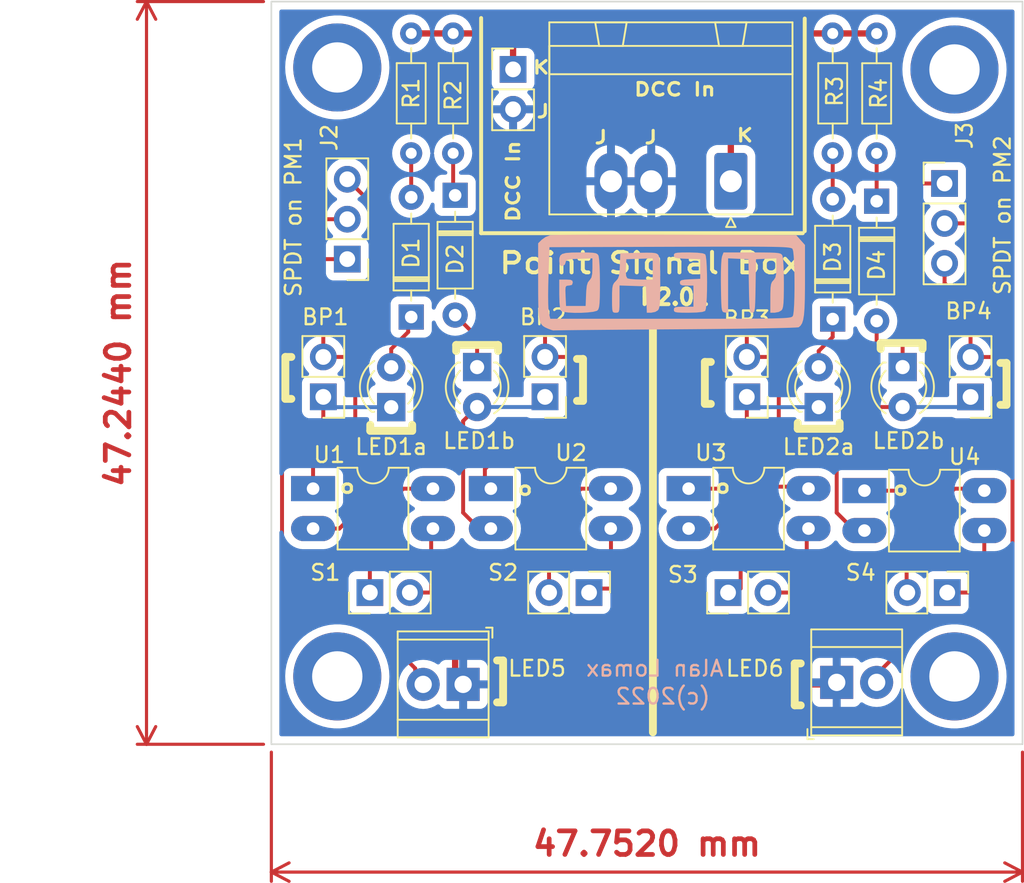
<source format=kicad_pcb>
(kicad_pcb (version 20211014) (generator pcbnew)
  (layers (0 "F.Cu" signal) (31 "B.Cu" signal) (34 "B.Paste" user) (35 "F.Paste" user) (36 "B.SilkS" user "B.Silkscreen") (37 "F.SilkS" user "F.Silkscreen") (38 "B.Mask" user) (39 "F.Mask" user) (44 "Edge.Cuts" user))
  (net 0 "")
  (net 1 "DCCK")
  (net 2 "Net-(D1-Pad1)")
  (net 3 "Net-(D2-Pad2)")
  (net 4 "DCCJ")
  (net 5 "Net-(D3-Pad1)")
  (net 6 "Net-(D3-Pad2)")
  (net 7 "Net-(D4-Pad1)")
  (net 8 "Net-(D4-Pad2)")
  (net 9 "Net-(BP1-Pad2)")
  (net 10 "Net-(J2-Pad2)")
  (net 11 "Net-(BP1-Pad1)")
  (net 12 "Net-(BP2-Pad2)")
  (net 13 "Net-(J3-Pad2)")
  (net 14 "Net-(BP2-Pad1)")
  (net 15 "Net-(D1-Pad2)")
  (net 16 "Net-(D2-Pad1)")
  (net 17 "Net-(S1-Pad1)")
  (net 18 "Net-(S1-Pad2)")
  (net 19 "Net-(S2-Pad1)")
  (net 20 "Net-(S2-Pad2)")
  (net 21 "Net-(S3-Pad1)")
  (net 22 "Net-(S3-Pad2)")
  (net 23 "Net-(S4-Pad1)")
  (net 24 "Net-(S4-Pad2)")
  (net 25 "Net-(BP3-Pad2)")
  (net 26 "Net-(BP3-Pad1)")
  (net 27 "Net-(BP4-Pad2)")
  (net 28 "Net-(BP4-Pad1)")
  (footprint "Resistor_THT:R_Axial_DIN0204_L3.6mm_D1.6mm_P7.62mm_Horizontal" (layer "F.Cu") (at 123.063 56.764 -90)
    (fp_text reference "R1" (at 3.81 0 90) (layer "F.SilkS"))
    (fp_text value "6.8K" hide)
    (pad "1" thru_hole circle (at 0 0 270) (size 1.4 1.4) (drill 0.7) (layers *.Cu *.Mask) (net 1 "DCCK"))
    (pad "2" thru_hole oval (at 7.62 0 270) (size 1.4 1.4) (drill 0.7) (layers *.Cu *.Mask) (net 15 "Net-(D1-Pad2)"))
  )
  (footprint "Diode_THT:D_DO-35_SOD27_P7.62mm_Horizontal" (layer "F.Cu") (at 123.063 74.803 90)
    (fp_text reference "D1" (at 4.064 0 90) (layer "F.SilkS"))
    (fp_text value "1N914" hide)
    (pad "1" thru_hole rect (at 0 0 90) (size 1.6 1.6) (drill 0.8) (layers *.Cu *.Mask) (net 2 "Net-(D1-Pad1)"))
    (pad "2" thru_hole oval (at 7.62 0 90) (size 1.6 1.6) (drill 0.8) (layers *.Cu *.Mask) (net 15 "Net-(D1-Pad2)"))
  )
  (footprint "Connector_Phoenix_GMSTB:PhoenixContact_GMSTBA_2,5_2-G-7,62_1x02_P7.62mm_Horizontal" (layer "F.Cu") (at 143.383 66.167 180)
    (fp_text reference "J1" hide)
    (fp_text value "Alternate DCC" hide)
    (pad "1" thru_hole roundrect (at 0 0 180) (size 2.1 3.6) (drill 1.4) (layers *.Cu *.Mask) (roundrect_rratio 0.1190480952) (net 1 "DCCK"))
    (pad "2" thru_hole oval (at 7.62 0 180) (size 2.1 3.6) (drill 1.4) (layers *.Cu *.Mask) (net 4 "DCCJ"))
  )
  (footprint "Connector_PinHeader_2.54mm:PinHeader_1x02_P2.54mm_Vertical" (layer "F.Cu") (at 129.54 59.05)
    (fp_text reference "J_DCC1" hide)
    (fp_text value "DCC Input" hide)
    (pad "1" thru_hole rect (at 0 0) (size 1.7 1.7) (drill 1) (layers *.Cu *.Mask) (net 1 "DCCK"))
    (pad "2" thru_hole oval (at 0 2.54) (size 1.7 1.7) (drill 1) (layers *.Cu *.Mask) (net 4 "DCCJ"))
  )
  (footprint "Connector_PinHeader_2.54mm:PinHeader_1x02_P2.54mm_Vertical" (layer "F.Cu") (at 143.207 92.329 90)
    (fp_text reference "S3" (at 1.143 -2.872 180) (layer "F.SilkS"))
    (fp_text value "Sw Load 1a" hide)
    (pad "1" thru_hole rect (at 0 0 90) (size 1.7 1.7) (drill 1) (layers *.Cu *.Mask) (net 21 "Net-(S3-Pad1)"))
    (pad "2" thru_hole oval (at 0 2.54 90) (size 1.7 1.7) (drill 1) (layers *.Cu *.Mask) (net 22 "Net-(S3-Pad2)"))
  )
  (footprint "Package_DIP:DIP-4_W7.62mm_LongPads" (layer "F.Cu") (at 128.128 85.72)
    (fp_text reference "U2" (at 5.095 -2.281) (layer "F.SilkS"))
    (fp_text value "TLP241B" hide)
    (pad "1" thru_hole rect (at 0 0) (size 2.8 1.6) (drill 0.8) (layers *.Cu *.Mask) (net 12 "Net-(BP2-Pad2)"))
    (pad "2" thru_hole oval (at 0 2.54) (size 2.8 1.6) (drill 0.8) (layers *.Cu *.Mask) (net 14 "Net-(BP2-Pad1)"))
    (pad "3" thru_hole oval (at 7.62 2.54) (size 2.8 1.6) (drill 0.8) (layers *.Cu *.Mask) (net 19 "Net-(S2-Pad1)"))
    (pad "4" thru_hole oval (at 7.62 0) (size 2.8 1.6) (drill 0.8) (layers *.Cu *.Mask) (net 20 "Net-(S2-Pad2)"))
  )
  (footprint "Diode_THT:D_DO-35_SOD27_P7.62mm_Horizontal" (layer "F.Cu") (at 149.86 74.93 90)
    (fp_text reference "D3" (at 3.937 0 90) (layer "F.SilkS"))
    (fp_text value "1N914" hide)
    (pad "1" thru_hole rect (at 0 0 90) (size 1.6 1.6) (drill 0.8) (layers *.Cu *.Mask) (net 5 "Net-(D3-Pad1)"))
    (pad "2" thru_hole oval (at 7.62 0 90) (size 1.6 1.6) (drill 0.8) (layers *.Cu *.Mask) (net 6 "Net-(D3-Pad2)"))
  )
  (footprint "Connector_PinHeader_2.54mm:PinHeader_1x03_P2.54mm_Vertical" (layer "F.Cu") (at 156.972 66.309)
    (fp_text reference "J3" (at 1.27 -3.048 90) (layer "F.SilkS"))
    (fp_text value "SPDT on PM2" (at 3.683 2.017 90) (layer "F.SilkS"))
    (pad "1" thru_hole rect (at 0 0) (size 1.7 1.7) (drill 1) (layers *.Cu *.Mask) (net 25 "Net-(BP3-Pad2)"))
    (pad "2" thru_hole oval (at 0 2.54) (size 1.7 1.7) (drill 1) (layers *.Cu *.Mask) (net 13 "Net-(J3-Pad2)"))
    (pad "3" thru_hole oval (at 0 5.08) (size 1.7 1.7) (drill 1) (layers *.Cu *.Mask) (net 27 "Net-(BP4-Pad2)"))
  )
  (footprint "Resistor_THT:R_Axial_DIN0204_L3.6mm_D1.6mm_P7.62mm_Horizontal" (layer "F.Cu") (at 149.86 56.764 -90)
    (fp_text reference "R3" (at 3.683 -0.127 90) (layer "F.SilkS"))
    (fp_text value "6.8K" hide)
    (pad "1" thru_hole circle (at 0 0 270) (size 1.4 1.4) (drill 0.7) (layers *.Cu *.Mask) (net 1 "DCCK"))
    (pad "2" thru_hole oval (at 7.62 0 270) (size 1.4 1.4) (drill 0.7) (layers *.Cu *.Mask) (net 6 "Net-(D3-Pad2)"))
  )
  (footprint "MountingHole:MountingHole_3.2mm_M3_DIN965_Pad_TopBottom" (layer "F.Cu") (at 118.364 97.663)
    (fp_text reference "M3" hide)
    (fp_text value "MountingHole_3.2mm_M3_DIN965_Pad_TopBottom" hide)
    (pad "1" connect circle (at 0 0) (size 5.6 5.6) (layers "F.Cu" "F.Mask"))
    (pad "1" connect circle (at 0 0) (size 5.6 5.6) (layers "B.Cu" "B.Mask"))
    (pad "1" thru_hole circle (at 0 0) (size 3.6 3.6) (drill 3.2) (layers *.Cu *.Mask))
  )
  (footprint "Connector_PinHeader_2.54mm:PinHeader_1x02_P2.54mm_Vertical" (layer "F.Cu") (at 134.371 92.329 -90)
    (fp_text reference "S2" (at -1.27 5.466) (layer "F.SilkS"))
    (fp_text value "Sw Load 1b" hide)
    (pad "1" thru_hole rect (at 0 0 270) (size 1.7 1.7) (drill 1) (layers *.Cu *.Mask) (net 19 "Net-(S2-Pad1)"))
    (pad "2" thru_hole oval (at 0 2.54 270) (size 1.7 1.7) (drill 1) (layers *.Cu *.Mask) (net 20 "Net-(S2-Pad2)"))
  )
  (footprint "Package_DIP:DIP-4_W7.62mm_LongPads" (layer "F.Cu") (at 116.825 85.72)
    (fp_text reference "U1" (at 1.031 -2.154) (layer "F.SilkS"))
    (fp_text value "TLP241B" hide)
    (pad "1" thru_hole rect (at 0 0) (size 2.8 1.6) (drill 0.8) (layers *.Cu *.Mask) (net 11 "Net-(BP1-Pad1)"))
    (pad "2" thru_hole oval (at 0 2.54) (size 2.8 1.6) (drill 0.8) (layers *.Cu *.Mask) (net 9 "Net-(BP1-Pad2)"))
    (pad "3" thru_hole oval (at 7.62 2.54) (size 2.8 1.6) (drill 0.8) (layers *.Cu *.Mask) (net 18 "Net-(S1-Pad2)"))
    (pad "4" thru_hole oval (at 7.62 0) (size 2.8 1.6) (drill 0.8) (layers *.Cu *.Mask) (net 17 "Net-(S1-Pad1)"))
  )
  (footprint "Connector_PinHeader_2.54mm:PinHeader_1x02_P2.54mm_Vertical" (layer "F.Cu") (at 157.143 92.329 -90)
    (fp_text reference "S4" (at -1.27 5.505) (layer "F.SilkS"))
    (fp_text value "Sw Load 1b" hide)
    (pad "1" thru_hole rect (at 0 0 270) (size 1.7 1.7) (drill 1) (layers *.Cu *.Mask) (net 23 "Net-(S4-Pad1)"))
    (pad "2" thru_hole oval (at 0 2.54 270) (size 1.7 1.7) (drill 1) (layers *.Cu *.Mask) (net 24 "Net-(S4-Pad2)"))
  )
  (footprint "Diode_THT:D_DO-35_SOD27_P7.62mm_Horizontal" (layer "F.Cu") (at 125.857 67.061 -90)
    (fp_text reference "D2" (at 4.059 0 90) (layer "F.SilkS"))
    (fp_text value "1N914" hide)
    (pad "1" thru_hole rect (at 0 0 270) (size 1.6 1.6) (drill 0.8) (layers *.Cu *.Mask) (net 16 "Net-(D2-Pad1)"))
    (pad "2" thru_hole oval (at 7.62 0 270) (size 1.6 1.6) (drill 0.8) (layers *.Cu *.Mask) (net 3 "Net-(D2-Pad2)"))
  )
  (footprint "TerminalBlock_TE-Connectivity:TerminalBlock_TE_282834-2_1x02_P2.54mm_Horizontal" (layer "F.Cu") (at 126.365 98.171 180)
    (fp_text reference "LED5" (at -4.699 1.016) (layer "F.SilkS"))
    (fp_text value "To Signal")
    (pad "1" thru_hole rect (at 0 0 180) (size 2.1 2.1) (drill 1.1) (layers *.Cu *.Mask) (net 4 "DCCJ"))
    (pad "2" thru_hole circle (at 2.54 0 180) (size 2.1 2.1) (drill 1.1) (layers *.Cu *.Mask) (net 10 "Net-(J2-Pad2)"))
  )
  (footprint "Package_DIP:DIP-4_W7.62mm_LongPads" (layer "F.Cu") (at 140.701 85.72)
    (fp_text reference "U3" (at 1.412 -2.281) (layer "F.SilkS"))
    (fp_text value "TLP241B" hide)
    (pad "1" thru_hole rect (at 0 0) (size 2.8 1.6) (drill 0.8) (layers *.Cu *.Mask) (net 26 "Net-(BP3-Pad1)"))
    (pad "2" thru_hole oval (at 0 2.54) (size 2.8 1.6) (drill 0.8) (layers *.Cu *.Mask) (net 25 "Net-(BP3-Pad2)"))
    (pad "3" thru_hole oval (at 7.62 2.54) (size 2.8 1.6) (drill 0.8) (layers *.Cu *.Mask) (net 22 "Net-(S3-Pad2)"))
    (pad "4" thru_hole oval (at 7.62 0) (size 2.8 1.6) (drill 0.8) (layers *.Cu *.Mask) (net 21 "Net-(S3-Pad1)"))
  )
  (footprint "Connector_PinHeader_2.54mm:PinHeader_1x03_P2.54mm_Vertical" (layer "F.Cu") (at 118.999 71.12 180)
    (fp_text reference "J2" (at 1.143 7.732 90) (layer "F.SilkS"))
    (fp_text value "SPDT on PM1" (at 3.429 2.667 90) (layer "F.SilkS"))
    (pad "1" thru_hole rect (at 0 0 180) (size 1.7 1.7) (drill 1) (layers *.Cu *.Mask) (net 9 "Net-(BP1-Pad2)"))
    (pad "2" thru_hole oval (at 0 2.54 180) (size 1.7 1.7) (drill 1) (layers *.Cu *.Mask) (net 10 "Net-(J2-Pad2)"))
    (pad "3" thru_hole oval (at 0 5.08 180) (size 1.7 1.7) (drill 1) (layers *.Cu *.Mask) (net 12 "Net-(BP2-Pad2)"))
  )
  (footprint "MountingHole:MountingHole_3.2mm_M3_DIN965_Pad_TopBottom" (layer "F.Cu") (at 157.602 59.055)
    (fp_text reference "M3" hide)
    (fp_text value "MountingHole_3.2mm_M3_DIN965_Pad_TopBottom" hide)
    (pad "1" connect circle (at 0 0) (size 5.6 5.6) (layers "F.Cu" "F.Mask"))
    (pad "1" connect circle (at 0 0) (size 5.6 5.6) (layers "B.Cu" "B.Mask"))
    (pad "1" thru_hole circle (at 0 0) (size 3.6 3.6) (drill 3.2) (layers *.Cu *.Mask))
  )
  (footprint "MountingHole:MountingHole_3.2mm_M3_DIN965_Pad_TopBottom" (layer "F.Cu") (at 118.364 58.928)
    (fp_text reference "M3" hide)
    (fp_text value "MountingHole_3.2mm_M3_DIN965_Pad_TopBottom" hide)
    (pad "1" connect circle (at 0 0) (size 5.6 5.6) (layers "F.Cu" "F.Mask"))
    (pad "1" thru_hole circle (at 0 0) (size 3.6 3.6) (drill 3.2) (layers *.Cu *.Mask))
    (pad "1" connect circle (at 0 0) (size 5.6 5.6) (layers "B.Cu" "B.Mask"))
  )
  (footprint "Resistor_THT:R_Axial_DIN0204_L3.6mm_D1.6mm_P7.62mm_Horizontal" (layer "F.Cu") (at 125.73 56.764 -90)
    (fp_text reference "R2" (at 3.942 0 90) (layer "F.SilkS"))
    (fp_text value "6.8K" hide)
    (pad "1" thru_hole circle (at 0 0 270) (size 1.4 1.4) (drill 0.7) (layers *.Cu *.Mask) (net 1 "DCCK"))
    (pad "2" thru_hole oval (at 7.62 0 270) (size 1.4 1.4) (drill 0.7) (layers *.Cu *.Mask) (net 16 "Net-(D2-Pad1)"))
  )
  (footprint "Connector_PinHeader_2.54mm:PinHeader_1x02_P2.54mm_Vertical" (layer "F.Cu") (at 117.475 79.883 180)
    (fp_text reference "BP1" (at -0.127 5.08) (layer "F.SilkS"))
    (fp_text value "Bypass" hide)
    (pad "1" thru_hole rect (at 0 0 180) (size 1.7 1.7) (drill 1) (layers *.Cu *.Mask) (net 11 "Net-(BP1-Pad1)"))
    (pad "2" thru_hole oval (at 0 2.54 180) (size 1.7 1.7) (drill 1) (layers *.Cu *.Mask) (net 9 "Net-(BP1-Pad2)"))
  )
  (footprint "Connector_PinHeader_2.54mm:PinHeader_1x02_P2.54mm_Vertical" (layer "F.Cu") (at 131.572 79.883 180)
    (fp_text reference "BP2" (at 0.127 5.08) (layer "F.SilkS"))
    (fp_text value "Bypass" hide)
    (pad "1" thru_hole rect (at 0 0 180) (size 1.7 1.7) (drill 1) (layers *.Cu *.Mask) (net 14 "Net-(BP2-Pad1)"))
    (pad "2" thru_hole oval (at 0 2.54 180) (size 1.7 1.7) (drill 1) (layers *.Cu *.Mask) (net 12 "Net-(BP2-Pad2)"))
  )
  (footprint "Resistor_THT:R_Axial_DIN0204_L3.6mm_D1.6mm_P7.62mm_Horizontal" (layer "F.Cu") (at 152.654 56.769 -90)
    (fp_text reference "R4" (at 3.81 -0.127 90) (layer "F.SilkS"))
    (fp_text value "6.8K" hide)
    (pad "1" thru_hole circle (at 0 0 270) (size 1.4 1.4) (drill 0.7) (layers *.Cu *.Mask) (net 1 "DCCK"))
    (pad "2" thru_hole oval (at 7.62 0 270) (size 1.4 1.4) (drill 0.7) (layers *.Cu *.Mask) (net 7 "Net-(D4-Pad1)"))
  )
  (footprint "TerminalBlock_TE-Connectivity:TerminalBlock_TE_282834-2_1x02_P2.54mm_Horizontal" (layer "F.Cu") (at 150.114 98.044)
    (fp_text reference "LED6" (at -5.207 -0.889) (layer "F.SilkS"))
    (fp_text value "To Signal")
    (pad "1" thru_hole rect (at 0 0) (size 2.1 2.1) (drill 1.1) (layers *.Cu *.Mask) (net 4 "DCCJ"))
    (pad "2" thru_hole circle (at 2.54 0) (size 2.1 2.1) (drill 1.1) (layers *.Cu *.Mask) (net 13 "Net-(J3-Pad2)"))
  )
  (footprint "Package_DIP:DIP-4_W7.62mm_LongPads" (layer "F.Cu") (at 151.877 85.847)
    (fp_text reference "U4" (at 6.365 -2.154) (layer "F.SilkS"))
    (fp_text value "TLP241B" hide)
    (pad "1" thru_hole rect (at 0 0) (size 2.8 1.6) (drill 0.8) (layers *.Cu *.Mask) (net 27 "Net-(BP4-Pad2)"))
    (pad "2" thru_hole oval (at 0 2.54) (size 2.8 1.6) (drill 0.8) (layers *.Cu *.Mask) (net 28 "Net-(BP4-Pad1)"))
    (pad "3" thru_hole oval (at 7.62 2.54) (size 2.8 1.6) (drill 0.8) (layers *.Cu *.Mask) (net 23 "Net-(S4-Pad1)"))
    (pad "4" thru_hole oval (at 7.62 0) (size 2.8 1.6) (drill 0.8) (layers *.Cu *.Mask) (net 24 "Net-(S4-Pad2)"))
  )
  (footprint "Connector_PinHeader_2.54mm:PinHeader_1x02_P2.54mm_Vertical" (layer "F.Cu") (at 158.623 79.888 180)
    (fp_text reference "BP4" (at 0.127 5.461) (layer "F.SilkS"))
    (fp_text value "Bypass" hide)
    (pad "1" thru_hole rect (at 0 0 180) (size 1.7 1.7) (drill 1) (layers *.Cu *.Mask) (net 28 "Net-(BP4-Pad1)"))
    (pad "2" thru_hole oval (at 0 2.54 180) (size 1.7 1.7) (drill 1) (layers *.Cu *.Mask) (net 27 "Net-(BP4-Pad2)"))
  )
  (footprint "Diode_THT:D_DO-35_SOD27_P7.62mm_Horizontal" (layer "F.Cu") (at 152.654 67.437 -90)
    (fp_text reference "D4" (at 4.064 0 90) (layer "F.SilkS"))
    (fp_text value "1N914" hide)
    (pad "1" thru_hole rect (at 0 0 270) (size 1.6 1.6) (drill 0.8) (layers *.Cu *.Mask) (net 7 "Net-(D4-Pad1)"))
    (pad "2" thru_hole oval (at 7.62 0 270) (size 1.6 1.6) (drill 0.8) (layers *.Cu *.Mask) (net 8 "Net-(D4-Pad2)"))
  )
  (footprint "LED_THT:LED_D3.0mm" (layer "F.Cu") (at 154.305 77.988 -90)
    (fp_text reference "LED4" hide)
    (fp_text value "LED2b" (at 4.689 -0.381 180) (layer "F.SilkS"))
    (pad "1" thru_hole rect (at 0 0 270) (size 1.8 1.8) (drill 0.9) (layers *.Cu *.Mask) (net 8 "Net-(D4-Pad2)"))
    (pad "2" thru_hole circle (at 2.54 0 270) (size 1.8 1.8) (drill 0.9) (layers *.Cu *.Mask) (net 28 "Net-(BP4-Pad1)"))
  )
  (footprint "LED_THT:LED_D3.0mm" (layer "F.Cu") (at 121.793 80.538 90)
    (fp_text reference "LED1" hide)
    (fp_text value "LED1a" (at -2.52 0 180) (layer "F.SilkS"))
    (pad "1" thru_hole rect (at 0 0 90) (size 1.8 1.8) (drill 0.9) (layers *.Cu *.Mask) (net 11 "Net-(BP1-Pad1)"))
    (pad "2" thru_hole circle (at 2.54 0 90) (size 1.8 1.8) (drill 0.9) (layers *.Cu *.Mask) (net 2 "Net-(D1-Pad1)"))
  )
  (footprint "LED_THT:LED_D3.0mm" (layer "F.Cu") (at 148.971 80.538 90)
    (fp_text reference "LED3" hide)
    (fp_text value "LED2a" (at -2.52 0 180) (layer "F.SilkS"))
    (pad "1" thru_hole rect (at 0 0 90) (size 1.8 1.8) (drill 0.9) (layers *.Cu *.Mask) (net 26 "Net-(BP3-Pad1)"))
    (pad "2" thru_hole circle (at 2.54 0 90) (size 1.8 1.8) (drill 0.9) (layers *.Cu *.Mask) (net 5 "Net-(D3-Pad1)"))
  )
  (footprint "MountingHole:MountingHole_3.2mm_M3_DIN965_Pad_TopBottom" (layer "F.Cu") (at 157.602 97.663)
    (fp_text reference "M3" hide)
    (fp_text value "MountingHole_3.2mm_M3_DIN965_Pad_TopBottom" hide)
    (pad "1" connect circle (at 0 0) (size 5.6 5.6) (layers "F.Cu" "F.Mask"))
    (pad "1" connect circle (at 0 0) (size 5.6 5.6) (layers "B.Cu" "B.Mask"))
    (pad "1" thru_hole circle (at 0 0) (size 3.6 3.6) (drill 3.2) (layers *.Cu *.Mask))
  )
  (footprint "Connector_PinHeader_2.54mm:PinHeader_1x02_P2.54mm_Vertical" (layer "F.Cu") (at 144.399 79.883 180)
    (fp_text reference "BP3" (at 0 4.953) (layer "F.SilkS"))
    (fp_text value "Bypass" hide)
    (pad "1" thru_hole rect (at 0 0 180) (size 1.7 1.7) (drill 1) (layers *.Cu *.Mask) (net 26 "Net-(BP3-Pad1)"))
    (pad "2" thru_hole oval (at 0 2.54 180) (size 1.7 1.7) (drill 1) (layers *.Cu *.Mask) (net 25 "Net-(BP3-Pad2)"))
  )
  (footprint "LED_THT:LED_D3.0mm" (layer "F.Cu") (at 127.254 77.988 -90)
    (fp_text reference "LED2" hide)
    (fp_text value "LED1b" (at 4.689 -0.127 180) (layer "F.SilkS"))
    (pad "1" thru_hole rect (at 0 0 270) (size 1.8 1.8) (drill 0.9) (layers *.Cu *.Mask) (net 3 "Net-(D2-Pad2)"))
    (pad "2" thru_hole circle (at 2.54 0 270) (size 1.8 1.8) (drill 0.9) (layers *.Cu *.Mask) (net 14 "Net-(BP2-Pad1)"))
  )
  (footprint "Connector_PinHeader_2.54mm:PinHeader_1x02_P2.54mm_Vertical" (layer "F.Cu") (at 120.435 92.329 90)
    (fp_text reference "S1" (at 1.27 -2.833) (layer "F.SilkS"))
    (fp_text value "Sw Load 1a" hide)
    (pad "1" thru_hole rect (at 0 0 90) (size 1.7 1.7) (drill 1) (layers *.Cu *.Mask) (net 17 "Net-(S1-Pad1)"))
    (pad "2" thru_hole oval (at 0 2.54 90) (size 1.7 1.7) (drill 1) (layers *.Cu *.Mask) (net 18 "Net-(S1-Pad2)"))
  )
  (footprint "" (layer "F.Cu") (at 137.414 66.04)
    (fp_text reference "" (at 0 0) (layer "F.SilkS") (effects (font (size 1.27 1.27))))
    (fp_text value "" (at 0 0) (layer "F.SilkS") (effects (font (size 1.27 1.27))))
    (pad "0" thru_hole oval (at 0.908 0.127 180) (size 2.1 3.6) (drill 1.4) (layers *.Cu *.Mask) (net 4 "DCCJ"))
  )
  (footprint "LOGO" (layer "B.Cu") (at 139.568 72.517 180)
    (fp_text reference "G***" hide)
    (fp_text value "LOGO" hide)
  )
  (gr_line (start 142.113 77.6605) (end 141.732 77.6605) (layer "F.SilkS") (width 0.5))
  (gr_line (start 123.1265 81.661) (end 123.1265 82.042) (layer "F.SilkS") (width 0.5))
  (gr_line (start 128.905 96.647) (end 128.905 99.314) (layer "F.SilkS") (width 0.5))
  (gr_line (start 133.604 80.137) (end 133.985 80.137) (layer "F.SilkS") (width 0.5))
  (gr_line (start 125.9205 76.962) (end 125.9205 76.581) (layer "F.SilkS") (width 0.5))
  (gr_line (start 138.43 75.311) (end 138.43 101.219) (layer "F.SilkS") (width 0.5))
  (gr_line (start 128.524 96.647) (end 128.905 96.647) (layer "F.SilkS") (width 0.5))
  (gr_line (start 147.828 96.8375) (end 147.447 96.8375) (layer "F.SilkS") (width 0.5))
  (gr_line (start 133.604 77.47) (end 133.985 77.47) (layer "F.SilkS") (width 0.5))
  (gr_line (start 147.828 99.5045) (end 147.447 99.5045) (layer "F.SilkS") (width 0.5))
  (gr_line (start 150.3045 81.534) (end 150.3045 81.915) (layer "F.SilkS") (width 0.5))
  (gr_line (start 115.443 77.343) (end 115.062 77.343) (layer "F.SilkS") (width 0.5))
  (gr_line (start 115.062 80.01) (end 115.062 77.343) (layer "F.SilkS") (width 0.5))
  (gr_line (start 160.909 77.724) (end 160.909 80.391) (layer "F.SilkS") (width 0.5))
  (gr_line (start 152.908 76.835) (end 152.908 76.454) (layer "F.SilkS") (width 0.5))
  (gr_line (start 123.1265 82.042) (end 120.4595 82.042) (layer "F.SilkS") (width 0.5))
  (gr_line (start 133.985 77.47) (end 133.985 80.137) (layer "F.SilkS") (width 0.5))
  (gr_line (start 127.508 55.78475) (end 127.508 69.469) (layer "F.SilkS") (width 0.25))
  (gr_line (start 160.528 80.391) (end 160.909 80.391) (layer "F.SilkS") (width 0.5))
  (gr_line (start 148.082 55.8165) (end 148.082 69.342) (layer "F.SilkS") (width 0.25))
  (gr_line (start 155.575 76.835) (end 155.575 76.454) (layer "F.SilkS") (width 0.5))
  (gr_line (start 142.113 80.3275) (end 141.732 80.3275) (layer "F.SilkS") (width 0.5))
  (gr_line (start 115.443 80.01) (end 115.062 80.01) (layer "F.SilkS") (width 0.5))
  (gr_line (start 125.9205 76.581) (end 128.5875 76.581) (layer "F.SilkS") (width 0.5))
  (gr_line (start 147.6375 81.534) (end 147.6375 81.915) (layer "F.SilkS") (width 0.5))
  (gr_line (start 128.524 99.314) (end 128.905 99.314) (layer "F.SilkS") (width 0.5))
  (gr_line (start 147.447 99.5045) (end 147.447 96.8375) (layer "F.SilkS") (width 0.5))
  (gr_line (start 150.3045 81.915) (end 147.6375 81.915) (layer "F.SilkS") (width 0.5))
  (gr_line (start 127.508 69.469) (end 147.955 69.469) (layer "F.SilkS") (width 0.25))
  (gr_line (start 152.908 76.454) (end 155.575 76.454) (layer "F.SilkS") (width 0.5))
  (gr_line (start 120.4595 81.661) (end 120.4595 82.042) (layer "F.SilkS") (width 0.5))
  (gr_line (start 141.732 80.3275) (end 141.732 77.6605) (layer "F.SilkS") (width 0.5))
  (gr_line (start 128.5875 76.962) (end 128.5875 76.581) (layer "F.SilkS") (width 0.5))
  (gr_line (start 160.528 77.724) (end 160.909 77.724) (layer "F.SilkS") (width 0.5))
  (gr_rect (start 114.173 54.737) (end 161.925 101.981) (layer "Edge.Cuts") (width 0.1) (fill none))
  (gr_text "Alan Lomax " (at 138.171 97.155) (layer "B.SilkS") (effects (font (size 1 1)) (justify mirror)))
  (gr_text "(c)2022" (at 139.06 98.933) (layer "B.SilkS") (effects (font (size 1 1)) (justify mirror)))
  (gr_text "J" (at 138.303 63.373) (layer "F.SilkS") (effects (font (size 0.8 1) (thickness 0.2))))
  (gr_text "DCC In" (at 139.827 60.325) (layer "F.SilkS") (effects (font (size 0.8 1) (thickness 0.2))))
  (gr_text "o" (at 142.875 85.598) (layer "F.SilkS") (effects (font (size 0.8 1) (thickness 0.2))))
  (gr_text "K" (at 144.272 63.246) (layer "F.SilkS") (effects (font (size 0.8 1) (thickness 0.2))))
  (gr_text "J" (at 135.128 63.373) (layer "F.SilkS") (effects (font (size 0.8 1) (thickness 0.2))))
  (gr_text "o" (at 118.999 85.598) (layer "F.SilkS") (effects (font (size 0.8 1) (thickness 0.2))))
  (gr_text "o" (at 154.178 85.725) (layer "F.SilkS") (effects (font (size 0.8 1) (thickness 0.2))))
  (gr_text "J" (at 131.445 61.722) (layer "F.SilkS") (effects (font (size 0.8 1) (thickness 0.2))))
  (gr_text "o" (at 130.302 85.725) (layer "F.SilkS") (effects (font (size 0.8 1) (thickness 0.2))))
  (gr_text "DCC In" (at 129.54 66.167 90) (layer "F.SilkS") (effects (font (size 0.8 1) (thickness 0.2))))
  (gr_text "R2.01" (at 139.827 73.533) (layer "F.SilkS") (effects (font (size 1 1) (thickness 0.25))))
  (gr_text "K" (at 131.318 58.928) (layer "F.SilkS") (effects (font (size 0.8 1) (thickness 0.2))))
  (gr_text "Point Signal Box" (at 128.524 71.374) (layer "F.SilkS") (effects (font (size 1.3 1.5) (thickness 0.25)) (justify left)))
  (dimension (type aligned) (layer "F.Cu") (pts (xy 114.173 101.981) (xy 161.925 101.981)) (height 8.129753) (gr_text "47.7520 mm" (at 138.049 108.310753) (layer "F.Cu") (effects (font (size 1.5 1.5) (thickness 0.3)))) (format (units 3) (units_format 1) (precision 4)) (style (thickness 0.2) (arrow_length 1.27) (text_position_mode 0) (extension_height 0.58642) (extension_offset 0.5) keep_text_aligned))
  (dimension (type aligned) (layer "F.Cu") (pts (xy 114.173 54.737) (xy 114.173 101.981)) (height 7.9375) (gr_text "47.2440 mm" (at 104.4355 78.359 90) (layer "F.Cu") (effects (font (size 1.5 1.5) (thickness 0.3)))) (format (units 3) (units_format 1) (precision 4)) (style (thickness 0.2) (arrow_length 1.27) (text_position_mode 0) (extension_height 0.58642) (extension_offset 0.5) keep_text_aligned))
  (segment (start 143.505 56.764) (end 143.134 56.764) (width 0.25) (layer "F.Cu") (net 1))
  (segment (start 143.383 56.886) (end 143.505 56.764) (width 0.25) (layer "F.Cu") (net 1))
  (segment (start 129.54 56.769) (end 129.535 56.764) (width 0.25) (layer "F.Cu") (net 1))
  (segment (start 149.86 56.764) (end 143.505 56.764) (width 0.25) (layer "F.Cu") (net 1))
  (segment (start 129.54 59.05) (end 129.54 56.769) (width 0.4) (layer "F.Cu") (net 1))
  (segment (start 153.035 56.764) (end 143.134 56.764) (width 0.4) (layer "F.Cu") (net 1))
  (segment (start 143.134 56.764) (end 129.535 56.764) (width 0.4) (layer "F.Cu") (net 1))
  (segment (start 129.535 56.764) (end 122.56 56.764) (width 0.4) (layer "F.Cu") (net 1))
  (segment (start 143.383 66.167) (end 143.383 56.886) (width 0.4) (layer "F.Cu") (net 1))
  (segment (start 122.8725 75.3745) (end 122.8725 75.7555) (width 0.25) (layer "F.Cu") (net 2))
  (segment (start 122.8725 75.7555) (end 121.793 76.835) (width 0.25) (layer "F.Cu") (net 2))
  (segment (start 121.793 76.835) (end 121.793 77.998) (width 0.25) (layer "F.Cu") (net 2))
  (segment (start 127.254 76.078) (end 127.254 77.988) (width 0.25) (layer "F.Cu") (net 3))
  (segment (start 125.857 74.681) (end 127.254 76.078) (width 0.25) (layer "F.Cu") (net 3))
  (segment (start 135.763 82.169) (end 135.763 66.167) (width 0.4) (layer "F.Cu") (net 4))
  (segment (start 149.601 98.171) (end 125.857 98.171) (width 0.4) (layer "F.Cu") (net 4))
  (segment (start 135.763 66.167) (end 135.763 61.722) (width 0.4) (layer "F.Cu") (net 4))
  (segment (start 135.631 61.59) (end 129.54 61.59) (width 0.4) (layer "F.Cu") (net 4))
  (segment (start 130.556 89.281) (end 130.556 87.376) (width 0.4) (layer "F.Cu") (net 4))
  (segment (start 125.857 93.98) (end 130.556 89.281) (width 0.4) (layer "F.Cu") (net 4))
  (segment (start 130.556 87.376) (end 135.763 82.169) (width 0.4) (layer "F.Cu") (net 4))
  (segment (start 135.763 61.722) (end 135.631 61.59) (width 0.25) (layer "F.Cu") (net 4))
  (segment (start 135.763 66.167) (end 138.322 66.167) (width 0.5) (layer "F.Cu") (net 4))
  (segment (start 125.857 98.171) (end 125.857 93.98) (width 0.4) (layer "F.Cu") (net 4))
  (segment (start 148.971 76.962) (end 148.971 77.998) (width 0.25) (layer "F.Cu") (net 5))
  (segment (start 149.86 74.93) (end 149.86 76.073) (width 0.25) (layer "F.Cu") (net 5))
  (segment (start 149.86 76.073) (end 148.971 76.962) (width 0.25) (layer "F.Cu") (net 5))
  (segment (start 149.86 64.384) (end 149.86 67.31) (width 0.25) (layer "F.Cu") (net 6))
  (segment (start 152.654 64.389) (end 152.654 67.056) (width 0.25) (layer "F.Cu") (net 7))
  (segment (start 152.654 76.454) (end 154.305 76.454) (width 0.25) (layer "F.Cu") (net 8))
  (segment (start 152.654 75.438) (end 152.654 76.454) (width 0.25) (layer "F.Cu") (net 8))
  (segment (start 154.305 76.454) (end 154.305 77.988) (width 0.25) (layer "F.Cu") (net 8))
  (segment (start 119.507 87.249) (end 119.507 77.343) (width 0.25) (layer "F.Cu") (net 9))
  (segment (start 118.999 71.12) (end 117.475 71.12) (width 0.25) (layer "F.Cu") (net 9))
  (segment (start 116.825 88.26) (end 118.496 88.26) (width 0.25) (layer "F.Cu") (net 9))
  (segment (start 118.496 88.26) (end 119.507 87.249) (width 0.25) (layer "F.Cu") (net 9))
  (segment (start 117.475 71.12) (end 117.475 77.343) (width 0.25) (layer "F.Cu") (net 9))
  (segment (start 119.507 77.343) (end 117.475 77.343) (width 0.25) (layer "F.Cu") (net 9))
  (segment (start 117.602 68.58) (end 114.850969 71.331031) (width 0.25) (layer "F.Cu") (net 10))
  (segment (start 120.142 93.98) (end 123.317 97.155) (width 0.25) (layer "F.Cu") (net 10))
  (segment (start 123.317 97.155) (end 123.317 98.171) (width 0.25) (layer "F.Cu") (net 10))
  (segment (start 114.850969 92.625969) (end 116.205 93.98) (width 0.25) (layer "F.Cu") (net 10))
  (segment (start 116.205 93.98) (end 120.142 93.98) (width 0.25) (layer "F.Cu") (net 10))
  (segment (start 118.999 68.58) (end 117.602 68.58) (width 0.25) (layer "F.Cu") (net 10))
  (segment (start 114.850969 71.331031) (end 114.850969 92.625969) (width 0.25) (layer "F.Cu") (net 10))
  (segment (start 116.825 83.2) (end 116.825 85.72) (width 0.25) (layer "F.Cu") (net 11))
  (segment (start 117.475 79.883) (end 117.475 82.55) (width 0.25) (layer "F.Cu") (net 11))
  (segment (start 117.475 82.55) (end 116.825 83.2) (width 0.25) (layer "F.Cu") (net 11))
  (segment (start 121.793 80.538) (end 118.13 80.538) (width 0.25) (layer "B.Cu") (net 11))
  (segment (start 118.999 66.04) (end 121.031 68.072) (width 0.25) (layer "F.Cu") (net 12))
  (segment (start 127.747 85.72) (end 127.747 84.47) (width 0.25) (layer "F.Cu") (net 12))
  (segment (start 133.477 77.343) (end 131.572 77.343) (width 0.25) (layer "F.Cu") (net 12))
  (segment (start 133.477 83.439) (end 133.477 77.343) (width 0.25) (layer "F.Cu") (net 12))
  (segment (start 121.031 69.342) (end 121.539 69.85) (width 0.25) (layer "F.Cu") (net 12))
  (segment (start 121.539 69.85) (end 131.572 69.85) (width 0.25) (layer "F.Cu") (net 12))
  (segment (start 127.747 84.47) (end 128.778 83.439) (width 0.25) (layer "F.Cu") (net 12))
  (segment (start 121.031 68.072) (end 121.031 69.342) (width 0.25) (layer "F.Cu") (net 12))
  (segment (start 131.572 69.85) (end 131.572 77.343) (width 0.25) (layer "F.Cu") (net 12))
  (segment (start 128.778 83.439) (end 133.477 83.439) (width 0.25) (layer "F.Cu") (net 12))
  (segment (start 152.141 98.044) (end 156.205 93.98) (width 0.25) (layer "F.Cu") (net 13))
  (segment (start 161.29 70.739) (end 159.385 68.834) (width 0.25) (layer "F.Cu") (net 13))
  (segment (start 156.205 93.98) (end 161.29 93.98) (width 0.25) (layer "F.Cu") (net 13))
  (segment (start 159.37 68.849) (end 156.972 68.849) (width 0.25) (layer "F.Cu") (net 13))
  (segment (start 161.29 93.98) (end 161.29 70.739) (width 0.25) (layer "F.Cu") (net 13))
  (segment (start 159.385 68.834) (end 159.37 68.849) (width 0.25) (layer "F.Cu") (net 13))
  (segment (start 126.365 87.249) (end 127.376 88.26) (width 0.25) (layer "F.Cu") (net 14))
  (segment (start 127.254 80.528) (end 126.365 81.417) (width 0.25) (layer "F.Cu") (net 14))
  (segment (start 126.365 81.417) (end 126.365 87.249) (width 0.25) (layer "F.Cu") (net 14))
  (segment (start 130.927 80.528) (end 127.254 80.528) (width 0.25) (layer "B.Cu") (net 14))
  (segment (start 123.063 64.384) (end 123.063 67.183) (width 0.25) (layer "F.Cu") (net 15))
  (segment (start 125.73 64.384) (end 125.73 66.934) (width 0.25) (layer "F.Cu") (net 16))
  (segment (start 122.56 85.72) (end 120.435 87.845) (width 0.25) (layer "F.Cu") (net 17))
  (segment (start 124.445 85.72) (end 122.56 85.72) (width 0.25) (layer "F.Cu") (net 17))
  (segment (start 120.435 87.845) (end 120.435 92.329) (width 0.25) (layer "F.Cu") (net 17))
  (segment (start 122.975 92.329) (end 124.294 92.329) (width 0.25) (layer "F.Cu") (net 18))
  (segment (start 124.294 92.329) (end 124.333 92.29) (width 0.25) (layer "F.Cu") (net 18))
  (segment (start 124.333 92.29) (end 124.333 88.773) (width 0.25) (layer "F.Cu") (net 18))
  (segment (start 135.763 92.075) (end 135.763 88.768) (width 0.25) (layer "F.Cu") (net 19))
  (segment (start 134.874 92.075) (end 135.763 92.075) (width 0.25) (layer "F.Cu") (net 19))
  (segment (start 133.863 85.72) (end 135.001 85.72) (width 0.25) (layer "F.Cu") (net 20))
  (segment (start 131.826 87.757) (end 133.863 85.72) (width 0.25) (layer "F.Cu") (net 20))
  (segment (start 131.826 91.567) (end 131.826 87.757) (width 0.25) (layer "F.Cu") (net 20))
  (segment (start 132.334 92.075) (end 131.826 91.567) (width 0.25) (layer "F.Cu") (net 20))
  (segment (start 144.008 87.894) (end 146.309 85.593) (width 0.25) (layer "F.Cu") (net 21))
  (segment (start 144.008 92.075) (end 144.008 87.894) (width 0.25) (layer "F.Cu") (net 21))
  (segment (start 146.309 85.593) (end 147.066 85.593) (width 0.25) (layer "F.Cu") (net 21))
  (segment (start 148.209 88.372) (end 148.209 92.329) (width 0.25) (layer "F.Cu") (net 22))
  (segment (start 148.209 92.329) (end 145.747 92.329) (width 0.25) (layer "F.Cu") (net 22))
  (segment (start 159.497 88.387) (end 159.497 92.314) (width 0.25) (layer "F.Cu") (net 23))
  (segment (start 159.512 92.329) (end 157.143 92.329) (width 0.25) (layer "F.Cu") (net 23))
  (segment (start 159.497 92.314) (end 159.512 92.329) (width 0.25) (layer "F.Cu") (net 23))
  (segment (start 154.559 92.285) (end 154.559 88.773) (width 0.25) (layer "F.Cu") (net 24))
  (segment (start 154.559 88.773) (end 157.612 85.72) (width 0.25) (layer "F.Cu") (net 24))
  (segment (start 157.612 85.72) (end 158.369 85.72) (width 0.25) (layer "F.Cu") (net 24))
  (segment (start 144.399 71.374) (end 145.923 69.85) (width 0.25) (layer "F.Cu") (net 25))
  (segment (start 142.372718 88.26) (end 146.431 84.201718) (width 0.25) (layer "F.Cu") (net 25))
  (segment (start 155.321 69.088) (end 155.321 66.294) (width 0.25) (layer "F.Cu") (net 25))
  (segment (start 144.399 77.343) (end 144.399 71.374) (width 0.25) (layer "F.Cu") (net 25))
  (segment (start 146.431 77.343) (end 144.399 77.343) (width 0.25) (layer "F.Cu") (net 25))
  (segment (start 154.559 69.85) (end 155.321 69.088) (width 0.25) (layer "F.Cu") (net 25))
  (segment (start 140.701 88.26) (end 142.372718 88.26) (width 0.25) (layer "F.Cu") (net 25))
  (segment (start 146.431 84.201718) (end 146.431 77.343) (width 0.25) (layer "F.Cu") (net 25))
  (segment (start 155.321 66.294) (end 155.336 66.309) (width 0.25) (layer "F.Cu") (net 25))
  (segment (start 155.336 66.309) (end 156.972 66.309) (width 0.25) (layer "F.Cu") (net 25))
  (segment (start 145.923 69.85) (end 154.559 69.85) (width 0.25) (layer "F.Cu") (net 25))
  (segment (start 143.642 85.72) (end 140.701 85.72) (width 0.25) (layer "F.Cu") (net 26))
  (segment (start 144.399 79.883) (end 144.399 84.963) (width 0.25) (layer "F.Cu") (net 26))
  (segment (start 144.399 84.963) (end 143.642 85.72) (width 0.25) (layer "F.Cu") (net 26))
  (segment (start 145.054 80.538) (end 148.971 80.538) (width 0.25) (layer "B.Cu") (net 26))
  (segment (start 160.02 83.693) (end 157.353 83.693) (width 0.25) (layer "F.Cu") (net 27))
  (segment (start 155.194 85.852) (end 155.189 85.847) (width 0.25) (layer "F.Cu") (net 27))
  (segment (start 158.623 74.295) (end 158.623 77.348) (width 0.25) (layer "F.Cu") (net 27))
  (segment (start 160.655 83.058) (end 160.02 83.693) (width 0.25) (layer "F.Cu") (net 27))
  (segment (start 157.353 83.693) (end 155.194 85.852) (width 0.25) (layer "F.Cu") (net 27))
  (segment (start 155.189 85.847) (end 151.877 85.847) (width 0.25) (layer "F.Cu") (net 27))
  (segment (start 160.406 77.348) (end 160.655 77.597) (width 0.25) (layer "F.Cu") (net 27))
  (segment (start 156.972 72.644) (end 158.623 74.295) (width 0.25) (layer "F.Cu") (net 27))
  (segment (start 158.623 77.348) (end 160.406 77.348) (width 0.25) (layer "F.Cu") (net 27))
  (segment (start 160.655 77.597) (end 160.655 83.058) (width 0.25) (layer "F.Cu") (net 27))
  (segment (start 156.972 71.389) (end 156.972 72.644) (width 0.25) (layer "F.Cu") (net 27))
  (segment (start 150.114 83.82) (end 152.273 81.661) (width 0.25) (layer "F.Cu") (net 28))
  (segment (start 151.877 88.387) (end 151.252 88.387) (width 0.25) (layer "F.Cu") (net 28))
  (segment (start 152.273 81.661) (end 152.273 80.518) (width 0.25) (layer "F.Cu") (net 28))
  (segment (start 152.283 80.528) (end 154.305 80.528) (width 0.25) (layer "F.Cu") (net 28))
  (segment (start 150.114 87.249) (end 150.114 83.82) (width 0.25) (layer "F.Cu") (net 28))
  (segment (start 151.252 88.387) (end 150.114 87.249) (width 0.25) (layer "F.Cu") (net 28))
  (segment (start 152.273 80.518) (end 152.283 80.528) (width 0.25) (layer "F.Cu") (net 28))
  (segment (start 157.983 80.528) (end 154.305 80.528) (width 0.25) (layer "B.Cu") (net 28))
  (zone (net 4) (net_name "DCCJ") (layer "B.Cu") (connect_pads (clearance 0.508)) (min_thickness 0.254) (fill yes (thermal_gap 0.508) (thermal_bridge_width 0.508))
    (polygon (pts (xy 161.6844 101.846829) (xy 114.554 101.854) (xy 114.573216 54.864748) (xy 161.8114 54.856829)))
  )
)
</source>
